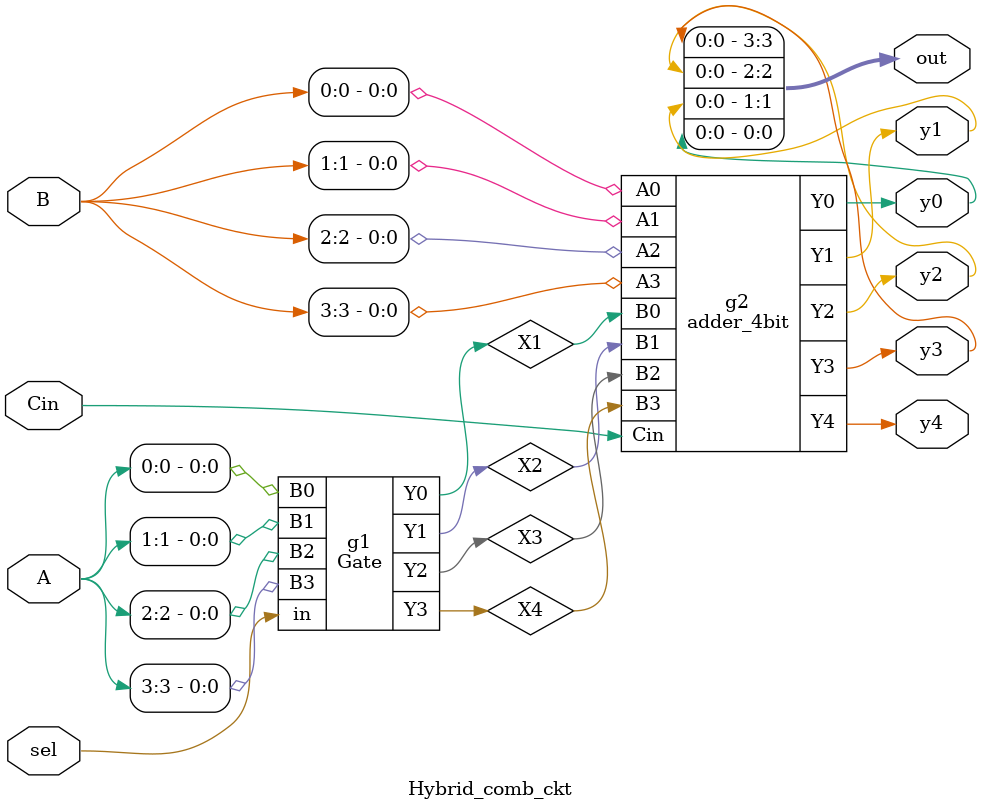
<source format=v>
`timescale 1ns / 1ps
module Gate(
input B0,B1,B2,B3,
input in,
output Y0,Y1,Y2,Y3);

assign Y0 = B0 ^ in;
assign Y1 = B1 ^ in;
assign Y2 = B2 ^ in;
assign Y3 = B3 ^ in;

endmodule




module full_adder(
input A,B,Cin,
output Sum,Carry);

assign Sum = A^B^Cin;
assign Carry = A&B | B&Cin | Cin&A;
endmodule

module adder_4bit(
input A0,A1,A2,A3,Cin,
input B0,B1,B2,B3,
output Y0,Y1,Y2,Y3,Y4);

wire W1,W2,W3,W4,W5,W6;
full_adder a1(.A(A0), .B(B0), .Cin(Cin), .Sum(Y0), .Carry(W1));
full_adder a2(.A(A1), .B(B1), .Cin(W1), .Sum(Y1), .Carry(W2));
full_adder a3(.A(A2), .B(B2), .Cin(W2), .Sum(Y2), .Carry(W3));
full_adder a4(.A(A3), .B(B3), .Cin(W3), .Sum(Y3), .Carry(Y4));

endmodule



module Hybrid_comb_ckt(
    input  [3:0] A, B,
    input  sel, Cin,
    output y0, y1, y2, y3, y4,
    output [3:0] out
);

wire X1, X2, X3, X4;

Gate g1(
    .B0(A[0]), .B1(A[1]), .B2(A[2]), .B3(A[3]),
    .in(sel),
    .Y0(X1), .Y1(X2), .Y2(X3), .Y3(X4)
);

adder_4bit g2(
    .A0(B[0]), .A1(B[1]), .A2(B[2]), .A3(B[3]),
    .B0(X1), .B1(X2), .B2(X3), .B3(X4),
    .Cin(Cin),
    .Y0(y0), .Y1(y1), .Y2(y2), .Y3(y3), .Y4(y4)
);

assign out = {y3, y2, y1, y0};

endmodule

</source>
